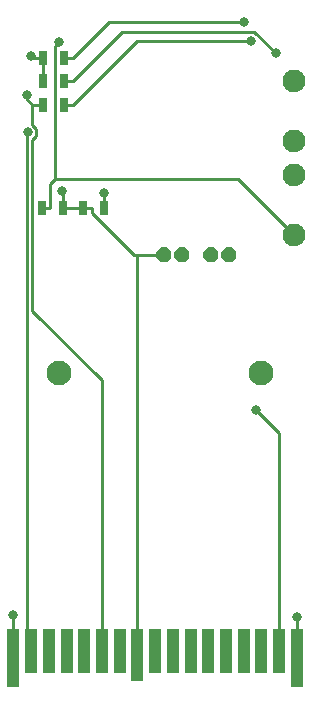
<source format=gtl>
G04 #@! TF.GenerationSoftware,KiCad,Pcbnew,8.0.1*
G04 #@! TF.CreationDate,2024-05-20T02:42:40-05:00*
G04 #@! TF.ProjectId,dsi_esp,6473695f-6573-4702-9e6b-696361645f70,1.0*
G04 #@! TF.SameCoordinates,Original*
G04 #@! TF.FileFunction,Copper,L1,Top*
G04 #@! TF.FilePolarity,Positive*
%FSLAX46Y46*%
G04 Gerber Fmt 4.6, Leading zero omitted, Abs format (unit mm)*
G04 Created by KiCad (PCBNEW 8.0.1) date 2024-05-20 02:42:40*
%MOMM*%
%LPD*%
G01*
G04 APERTURE LIST*
G04 Aperture macros list*
%AMOutline5P*
0 Free polygon, 5 corners , with rotation*
0 The origin of the aperture is its center*
0 number of corners: always 5*
0 $1 to $10 corner X, Y*
0 $11 Rotation angle, in degrees counterclockwise*
0 create outline with 5 corners*
4,1,5,$1,$2,$3,$4,$5,$6,$7,$8,$9,$10,$1,$2,$11*%
%AMOutline6P*
0 Free polygon, 6 corners , with rotation*
0 The origin of the aperture is its center*
0 number of corners: always 6*
0 $1 to $12 corner X, Y*
0 $13 Rotation angle, in degrees counterclockwise*
0 create outline with 6 corners*
4,1,6,$1,$2,$3,$4,$5,$6,$7,$8,$9,$10,$11,$12,$1,$2,$13*%
%AMOutline7P*
0 Free polygon, 7 corners , with rotation*
0 The origin of the aperture is its center*
0 number of corners: always 7*
0 $1 to $14 corner X, Y*
0 $15 Rotation angle, in degrees counterclockwise*
0 create outline with 7 corners*
4,1,7,$1,$2,$3,$4,$5,$6,$7,$8,$9,$10,$11,$12,$13,$14,$1,$2,$15*%
%AMOutline8P*
0 Free polygon, 8 corners , with rotation*
0 The origin of the aperture is its center*
0 number of corners: always 8*
0 $1 to $16 corner X, Y*
0 $17 Rotation angle, in degrees counterclockwise*
0 create outline with 8 corners*
4,1,8,$1,$2,$3,$4,$5,$6,$7,$8,$9,$10,$11,$12,$13,$14,$15,$16,$1,$2,$17*%
G04 Aperture macros list end*
G04 #@! TA.AperFunction,SMDPad,CuDef*
%ADD10R,1.000000X5.000000*%
G04 #@! TD*
G04 #@! TA.AperFunction,SMDPad,CuDef*
%ADD11R,1.000000X3.800000*%
G04 #@! TD*
G04 #@! TA.AperFunction,SMDPad,CuDef*
%ADD12R,1.000000X4.500000*%
G04 #@! TD*
G04 #@! TA.AperFunction,ComponentPad*
%ADD13Outline8P,-0.635000X0.263026X-0.263026X0.635000X0.263026X0.635000X0.635000X0.263026X0.635000X-0.263026X0.263026X-0.635000X-0.263026X-0.635000X-0.635000X-0.263026X0.000000*%
G04 #@! TD*
G04 #@! TA.AperFunction,SMDPad,CuDef*
%ADD14R,0.800000X1.200000*%
G04 #@! TD*
G04 #@! TA.AperFunction,ComponentPad*
%ADD15C,1.930400*%
G04 #@! TD*
G04 #@! TA.AperFunction,ViaPad*
%ADD16C,0.800000*%
G04 #@! TD*
G04 #@! TA.AperFunction,ViaPad*
%ADD17C,2.100000*%
G04 #@! TD*
G04 #@! TA.AperFunction,Conductor*
%ADD18C,0.250000*%
G04 #@! TD*
G04 APERTURE END LIST*
D10*
X117400000Y-96807900D03*
D11*
X118900000Y-96207900D03*
X120400000Y-96207900D03*
X121900000Y-96207900D03*
X123400000Y-96207900D03*
X124900000Y-96207900D03*
X126400000Y-96207900D03*
D12*
X127900000Y-96557900D03*
D11*
X129400000Y-96207900D03*
X130900000Y-96207900D03*
X132400000Y-96207900D03*
X133900000Y-96207900D03*
X135400000Y-96207900D03*
X136900000Y-96207900D03*
X138400000Y-96207900D03*
X139900000Y-96207900D03*
D10*
X141400000Y-96807900D03*
D13*
X134168000Y-62752900D03*
X135692000Y-62752900D03*
D14*
X121700000Y-48000000D03*
X119900000Y-48000000D03*
D15*
X141200000Y-61040000D03*
X141200000Y-55960000D03*
D13*
X130168000Y-62752900D03*
X131692000Y-62752900D03*
D15*
X141130000Y-53092900D03*
X141130000Y-48012900D03*
D14*
X123300000Y-58700000D03*
X125100000Y-58700000D03*
X121700000Y-46000000D03*
X119900000Y-46000000D03*
X121700000Y-50000000D03*
X119900000Y-50000000D03*
X119800000Y-58700000D03*
X121600000Y-58700000D03*
D16*
X117379000Y-93217500D03*
X125100000Y-57498300D03*
X141433000Y-93344500D03*
X118868200Y-45879200D03*
D17*
X138400000Y-72700000D03*
X121265000Y-72668900D03*
D16*
X121490000Y-57258500D03*
X118532900Y-49147000D03*
X118616300Y-52331500D03*
X137938700Y-75860000D03*
X121300900Y-44650000D03*
X136888400Y-42947400D03*
X139610800Y-45627000D03*
X137498400Y-44558400D03*
D18*
X135400000Y-96207900D02*
X135330000Y-96137900D01*
X141400000Y-96807900D02*
X141400000Y-98807900D01*
X119900000Y-48000000D02*
X119900000Y-46000000D01*
X141400000Y-93377100D02*
X141433000Y-93344500D01*
X119900000Y-46000000D02*
X119173300Y-46000000D01*
X118868200Y-45879200D02*
X119052500Y-45879200D01*
X125100000Y-58700000D02*
X125100000Y-57498300D01*
X119052500Y-45879200D02*
X119173300Y-46000000D01*
X117400000Y-96807900D02*
X117400000Y-93238700D01*
X117400000Y-93238700D02*
X117379000Y-93217500D01*
X141400000Y-96807900D02*
X141400000Y-93377100D01*
X127625400Y-62752900D02*
X127900000Y-62752900D01*
X127900000Y-62752900D02*
X130168000Y-62752900D01*
X124026700Y-59154200D02*
X127625400Y-62752900D01*
X121490000Y-57258500D02*
X121600000Y-57368500D01*
X121600000Y-58700000D02*
X122573300Y-58700000D01*
X127900000Y-62752900D02*
X127900000Y-96557900D01*
X124026700Y-58700000D02*
X124026700Y-59154200D01*
X123300000Y-58700000D02*
X122573300Y-58700000D01*
X121600000Y-57368500D02*
X121600000Y-58700000D01*
X123300000Y-58700000D02*
X124026700Y-58700000D01*
X119013200Y-51700700D02*
X119013200Y-50000000D01*
X124900000Y-73300000D02*
X119014700Y-67414700D01*
X124900000Y-96207900D02*
X124900000Y-73300000D01*
X118532900Y-49519700D02*
X118532900Y-49147000D01*
X119014700Y-52960800D02*
X119343000Y-52632500D01*
X119173300Y-50000000D02*
X119013200Y-50000000D01*
X119343000Y-52030500D02*
X119013200Y-51700700D01*
X119014700Y-67414700D02*
X119014700Y-52960800D01*
X119343000Y-52632500D02*
X119343000Y-52030500D01*
X119900000Y-50000000D02*
X119173300Y-50000000D01*
X119013200Y-50000000D02*
X118532900Y-49519700D01*
X118616300Y-52331500D02*
X118530000Y-52417800D01*
X118530000Y-52417800D02*
X118530000Y-95837900D01*
X118900000Y-96207900D02*
X118530000Y-95837900D01*
X137938700Y-75860000D02*
X139900000Y-77821300D01*
X139900000Y-77821300D02*
X139900000Y-96207900D01*
X120526700Y-56693500D02*
X120928100Y-56292100D01*
X120928100Y-45022800D02*
X120928100Y-56292100D01*
X136452100Y-56292100D02*
X141200000Y-61040000D01*
X120526700Y-58700000D02*
X120526700Y-56693500D01*
X121300900Y-44650000D02*
X120928100Y-45022800D01*
X119800000Y-58700000D02*
X120526700Y-58700000D01*
X120928100Y-56292100D02*
X136452100Y-56292100D01*
X125479300Y-42947400D02*
X136888400Y-42947400D01*
X121700000Y-46000000D02*
X122426700Y-46000000D01*
X122426700Y-46000000D02*
X125479300Y-42947400D01*
X121700000Y-48000000D02*
X122426700Y-48000000D01*
X122426700Y-48000000D02*
X126603700Y-43823000D01*
X137806800Y-43823000D02*
X139610800Y-45627000D01*
X126603700Y-43823000D02*
X137806800Y-43823000D01*
X127868300Y-44558400D02*
X122426700Y-50000000D01*
X137498400Y-44558400D02*
X127868300Y-44558400D01*
X121700000Y-50000000D02*
X122426700Y-50000000D01*
M02*

</source>
